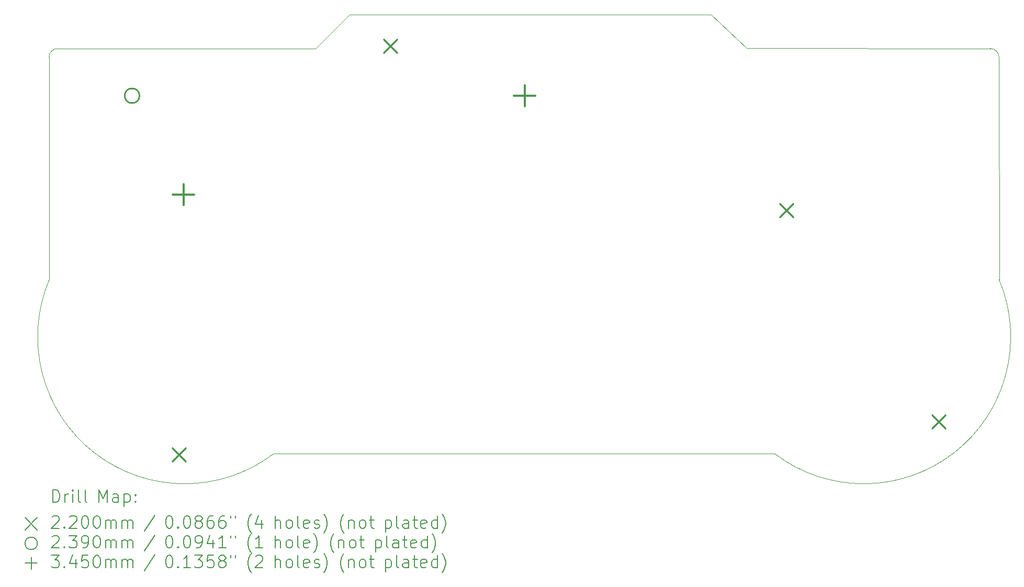
<source format=gbr>
%TF.GenerationSoftware,KiCad,Pcbnew,(7.99.0-200-gad838e3d73)*%
%TF.CreationDate,2024-04-01T14:10:15+07:00*%
%TF.ProjectId,WMS,574d532e-6b69-4636-9164-5f7063625858,rev?*%
%TF.SameCoordinates,Original*%
%TF.FileFunction,Drillmap*%
%TF.FilePolarity,Positive*%
%FSLAX45Y45*%
G04 Gerber Fmt 4.5, Leading zero omitted, Abs format (unit mm)*
G04 Created by KiCad (PCBNEW (7.99.0-200-gad838e3d73)) date 2024-04-01 14:10:15*
%MOMM*%
%LPD*%
G01*
G04 APERTURE LIST*
%ADD10C,0.100000*%
%ADD11C,0.200000*%
%ADD12C,0.220000*%
%ADD13C,0.239000*%
%ADD14C,0.345000*%
G04 APERTURE END LIST*
D10*
X6639906Y-8652138D02*
G75*
G03*
X10271379Y-11468100I2191293J-923662D01*
G01*
X11495503Y-4364380D02*
X10947400Y-4912360D01*
X10947400Y-4912360D02*
X6776720Y-4910480D01*
X21868327Y-4910480D02*
X17924780Y-4907280D01*
X22008030Y-5050180D02*
G75*
G03*
X21868327Y-4910480I-139700J0D01*
G01*
X15184120Y-11468100D02*
X18379440Y-11468100D01*
X18379440Y-11468100D02*
G75*
G03*
X22010913Y-8652138I1440180J1892300D01*
G01*
X6639906Y-8652138D02*
X6637020Y-5050180D01*
X6776720Y-4910480D02*
G75*
G03*
X6637020Y-5050180I0J-139700D01*
G01*
X22010913Y-8652138D02*
X22008027Y-5050180D01*
X11495503Y-4364380D02*
X17325340Y-4358640D01*
X17325340Y-4358640D02*
X17353280Y-4358640D01*
X10271379Y-11468100D02*
X15184120Y-11468100D01*
X17924780Y-4907280D02*
X17353280Y-4358640D01*
D11*
D12*
X8632680Y-11375880D02*
X8852680Y-11595880D01*
X8852680Y-11375880D02*
X8632680Y-11595880D01*
X12046440Y-4759180D02*
X12266440Y-4979180D01*
X12266440Y-4759180D02*
X12046440Y-4979180D01*
X18457400Y-7421100D02*
X18677400Y-7641100D01*
X18677400Y-7421100D02*
X18457400Y-7641100D01*
X20921200Y-10837400D02*
X21141200Y-11057400D01*
X21141200Y-10837400D02*
X20921200Y-11057400D01*
D13*
X8100200Y-5674460D02*
G75*
G03*
X8100200Y-5674460I-119500J0D01*
G01*
D14*
X8813700Y-7101960D02*
X8813700Y-7446960D01*
X8641200Y-7274460D02*
X8986200Y-7274460D01*
X14333700Y-5501960D02*
X14333700Y-5846960D01*
X14161200Y-5674460D02*
X14506200Y-5674460D01*
D11*
X6695811Y-12252283D02*
X6695811Y-12052283D01*
X6695811Y-12052283D02*
X6743430Y-12052283D01*
X6743430Y-12052283D02*
X6772002Y-12061807D01*
X6772002Y-12061807D02*
X6791049Y-12080855D01*
X6791049Y-12080855D02*
X6800573Y-12099902D01*
X6800573Y-12099902D02*
X6810097Y-12137997D01*
X6810097Y-12137997D02*
X6810097Y-12166569D01*
X6810097Y-12166569D02*
X6800573Y-12204664D01*
X6800573Y-12204664D02*
X6791049Y-12223712D01*
X6791049Y-12223712D02*
X6772002Y-12242759D01*
X6772002Y-12242759D02*
X6743430Y-12252283D01*
X6743430Y-12252283D02*
X6695811Y-12252283D01*
X6895811Y-12252283D02*
X6895811Y-12118950D01*
X6895811Y-12157045D02*
X6905335Y-12137997D01*
X6905335Y-12137997D02*
X6914859Y-12128474D01*
X6914859Y-12128474D02*
X6933906Y-12118950D01*
X6933906Y-12118950D02*
X6952954Y-12118950D01*
X7019621Y-12252283D02*
X7019621Y-12118950D01*
X7019621Y-12052283D02*
X7010097Y-12061807D01*
X7010097Y-12061807D02*
X7019621Y-12071331D01*
X7019621Y-12071331D02*
X7029144Y-12061807D01*
X7029144Y-12061807D02*
X7019621Y-12052283D01*
X7019621Y-12052283D02*
X7019621Y-12071331D01*
X7143430Y-12252283D02*
X7124382Y-12242759D01*
X7124382Y-12242759D02*
X7114859Y-12223712D01*
X7114859Y-12223712D02*
X7114859Y-12052283D01*
X7248192Y-12252283D02*
X7229144Y-12242759D01*
X7229144Y-12242759D02*
X7219621Y-12223712D01*
X7219621Y-12223712D02*
X7219621Y-12052283D01*
X7444382Y-12252283D02*
X7444382Y-12052283D01*
X7444382Y-12052283D02*
X7511049Y-12195140D01*
X7511049Y-12195140D02*
X7577716Y-12052283D01*
X7577716Y-12052283D02*
X7577716Y-12252283D01*
X7758668Y-12252283D02*
X7758668Y-12147521D01*
X7758668Y-12147521D02*
X7749144Y-12128474D01*
X7749144Y-12128474D02*
X7730097Y-12118950D01*
X7730097Y-12118950D02*
X7692001Y-12118950D01*
X7692001Y-12118950D02*
X7672954Y-12128474D01*
X7758668Y-12242759D02*
X7739621Y-12252283D01*
X7739621Y-12252283D02*
X7692001Y-12252283D01*
X7692001Y-12252283D02*
X7672954Y-12242759D01*
X7672954Y-12242759D02*
X7663430Y-12223712D01*
X7663430Y-12223712D02*
X7663430Y-12204664D01*
X7663430Y-12204664D02*
X7672954Y-12185616D01*
X7672954Y-12185616D02*
X7692001Y-12176093D01*
X7692001Y-12176093D02*
X7739621Y-12176093D01*
X7739621Y-12176093D02*
X7758668Y-12166569D01*
X7853906Y-12118950D02*
X7853906Y-12318950D01*
X7853906Y-12128474D02*
X7872954Y-12118950D01*
X7872954Y-12118950D02*
X7911049Y-12118950D01*
X7911049Y-12118950D02*
X7930097Y-12128474D01*
X7930097Y-12128474D02*
X7939621Y-12137997D01*
X7939621Y-12137997D02*
X7949144Y-12157045D01*
X7949144Y-12157045D02*
X7949144Y-12214188D01*
X7949144Y-12214188D02*
X7939621Y-12233235D01*
X7939621Y-12233235D02*
X7930097Y-12242759D01*
X7930097Y-12242759D02*
X7911049Y-12252283D01*
X7911049Y-12252283D02*
X7872954Y-12252283D01*
X7872954Y-12252283D02*
X7853906Y-12242759D01*
X8034859Y-12233235D02*
X8044382Y-12242759D01*
X8044382Y-12242759D02*
X8034859Y-12252283D01*
X8034859Y-12252283D02*
X8025335Y-12242759D01*
X8025335Y-12242759D02*
X8034859Y-12233235D01*
X8034859Y-12233235D02*
X8034859Y-12252283D01*
X8034859Y-12128474D02*
X8044382Y-12137997D01*
X8044382Y-12137997D02*
X8034859Y-12147521D01*
X8034859Y-12147521D02*
X8025335Y-12137997D01*
X8025335Y-12137997D02*
X8034859Y-12128474D01*
X8034859Y-12128474D02*
X8034859Y-12147521D01*
X6248192Y-12498807D02*
X6448192Y-12698807D01*
X6448192Y-12498807D02*
X6248192Y-12698807D01*
X6686287Y-12491331D02*
X6695811Y-12481807D01*
X6695811Y-12481807D02*
X6714859Y-12472283D01*
X6714859Y-12472283D02*
X6762478Y-12472283D01*
X6762478Y-12472283D02*
X6781525Y-12481807D01*
X6781525Y-12481807D02*
X6791049Y-12491331D01*
X6791049Y-12491331D02*
X6800573Y-12510378D01*
X6800573Y-12510378D02*
X6800573Y-12529426D01*
X6800573Y-12529426D02*
X6791049Y-12557997D01*
X6791049Y-12557997D02*
X6676763Y-12672283D01*
X6676763Y-12672283D02*
X6800573Y-12672283D01*
X6886287Y-12653235D02*
X6895811Y-12662759D01*
X6895811Y-12662759D02*
X6886287Y-12672283D01*
X6886287Y-12672283D02*
X6876763Y-12662759D01*
X6876763Y-12662759D02*
X6886287Y-12653235D01*
X6886287Y-12653235D02*
X6886287Y-12672283D01*
X6972002Y-12491331D02*
X6981525Y-12481807D01*
X6981525Y-12481807D02*
X7000573Y-12472283D01*
X7000573Y-12472283D02*
X7048192Y-12472283D01*
X7048192Y-12472283D02*
X7067240Y-12481807D01*
X7067240Y-12481807D02*
X7076763Y-12491331D01*
X7076763Y-12491331D02*
X7086287Y-12510378D01*
X7086287Y-12510378D02*
X7086287Y-12529426D01*
X7086287Y-12529426D02*
X7076763Y-12557997D01*
X7076763Y-12557997D02*
X6962478Y-12672283D01*
X6962478Y-12672283D02*
X7086287Y-12672283D01*
X7210097Y-12472283D02*
X7229144Y-12472283D01*
X7229144Y-12472283D02*
X7248192Y-12481807D01*
X7248192Y-12481807D02*
X7257716Y-12491331D01*
X7257716Y-12491331D02*
X7267240Y-12510378D01*
X7267240Y-12510378D02*
X7276763Y-12548474D01*
X7276763Y-12548474D02*
X7276763Y-12596093D01*
X7276763Y-12596093D02*
X7267240Y-12634188D01*
X7267240Y-12634188D02*
X7257716Y-12653235D01*
X7257716Y-12653235D02*
X7248192Y-12662759D01*
X7248192Y-12662759D02*
X7229144Y-12672283D01*
X7229144Y-12672283D02*
X7210097Y-12672283D01*
X7210097Y-12672283D02*
X7191049Y-12662759D01*
X7191049Y-12662759D02*
X7181525Y-12653235D01*
X7181525Y-12653235D02*
X7172002Y-12634188D01*
X7172002Y-12634188D02*
X7162478Y-12596093D01*
X7162478Y-12596093D02*
X7162478Y-12548474D01*
X7162478Y-12548474D02*
X7172002Y-12510378D01*
X7172002Y-12510378D02*
X7181525Y-12491331D01*
X7181525Y-12491331D02*
X7191049Y-12481807D01*
X7191049Y-12481807D02*
X7210097Y-12472283D01*
X7400573Y-12472283D02*
X7419621Y-12472283D01*
X7419621Y-12472283D02*
X7438668Y-12481807D01*
X7438668Y-12481807D02*
X7448192Y-12491331D01*
X7448192Y-12491331D02*
X7457716Y-12510378D01*
X7457716Y-12510378D02*
X7467240Y-12548474D01*
X7467240Y-12548474D02*
X7467240Y-12596093D01*
X7467240Y-12596093D02*
X7457716Y-12634188D01*
X7457716Y-12634188D02*
X7448192Y-12653235D01*
X7448192Y-12653235D02*
X7438668Y-12662759D01*
X7438668Y-12662759D02*
X7419621Y-12672283D01*
X7419621Y-12672283D02*
X7400573Y-12672283D01*
X7400573Y-12672283D02*
X7381525Y-12662759D01*
X7381525Y-12662759D02*
X7372002Y-12653235D01*
X7372002Y-12653235D02*
X7362478Y-12634188D01*
X7362478Y-12634188D02*
X7352954Y-12596093D01*
X7352954Y-12596093D02*
X7352954Y-12548474D01*
X7352954Y-12548474D02*
X7362478Y-12510378D01*
X7362478Y-12510378D02*
X7372002Y-12491331D01*
X7372002Y-12491331D02*
X7381525Y-12481807D01*
X7381525Y-12481807D02*
X7400573Y-12472283D01*
X7552954Y-12672283D02*
X7552954Y-12538950D01*
X7552954Y-12557997D02*
X7562478Y-12548474D01*
X7562478Y-12548474D02*
X7581525Y-12538950D01*
X7581525Y-12538950D02*
X7610097Y-12538950D01*
X7610097Y-12538950D02*
X7629144Y-12548474D01*
X7629144Y-12548474D02*
X7638668Y-12567521D01*
X7638668Y-12567521D02*
X7638668Y-12672283D01*
X7638668Y-12567521D02*
X7648192Y-12548474D01*
X7648192Y-12548474D02*
X7667240Y-12538950D01*
X7667240Y-12538950D02*
X7695811Y-12538950D01*
X7695811Y-12538950D02*
X7714859Y-12548474D01*
X7714859Y-12548474D02*
X7724383Y-12567521D01*
X7724383Y-12567521D02*
X7724383Y-12672283D01*
X7819621Y-12672283D02*
X7819621Y-12538950D01*
X7819621Y-12557997D02*
X7829144Y-12548474D01*
X7829144Y-12548474D02*
X7848192Y-12538950D01*
X7848192Y-12538950D02*
X7876764Y-12538950D01*
X7876764Y-12538950D02*
X7895811Y-12548474D01*
X7895811Y-12548474D02*
X7905335Y-12567521D01*
X7905335Y-12567521D02*
X7905335Y-12672283D01*
X7905335Y-12567521D02*
X7914859Y-12548474D01*
X7914859Y-12548474D02*
X7933906Y-12538950D01*
X7933906Y-12538950D02*
X7962478Y-12538950D01*
X7962478Y-12538950D02*
X7981525Y-12548474D01*
X7981525Y-12548474D02*
X7991049Y-12567521D01*
X7991049Y-12567521D02*
X7991049Y-12672283D01*
X8349144Y-12462759D02*
X8177716Y-12719902D01*
X8573906Y-12472283D02*
X8592954Y-12472283D01*
X8592954Y-12472283D02*
X8612002Y-12481807D01*
X8612002Y-12481807D02*
X8621526Y-12491331D01*
X8621526Y-12491331D02*
X8631049Y-12510378D01*
X8631049Y-12510378D02*
X8640573Y-12548474D01*
X8640573Y-12548474D02*
X8640573Y-12596093D01*
X8640573Y-12596093D02*
X8631049Y-12634188D01*
X8631049Y-12634188D02*
X8621526Y-12653235D01*
X8621526Y-12653235D02*
X8612002Y-12662759D01*
X8612002Y-12662759D02*
X8592954Y-12672283D01*
X8592954Y-12672283D02*
X8573906Y-12672283D01*
X8573906Y-12672283D02*
X8554859Y-12662759D01*
X8554859Y-12662759D02*
X8545335Y-12653235D01*
X8545335Y-12653235D02*
X8535811Y-12634188D01*
X8535811Y-12634188D02*
X8526287Y-12596093D01*
X8526287Y-12596093D02*
X8526287Y-12548474D01*
X8526287Y-12548474D02*
X8535811Y-12510378D01*
X8535811Y-12510378D02*
X8545335Y-12491331D01*
X8545335Y-12491331D02*
X8554859Y-12481807D01*
X8554859Y-12481807D02*
X8573906Y-12472283D01*
X8726287Y-12653235D02*
X8735811Y-12662759D01*
X8735811Y-12662759D02*
X8726287Y-12672283D01*
X8726287Y-12672283D02*
X8716764Y-12662759D01*
X8716764Y-12662759D02*
X8726287Y-12653235D01*
X8726287Y-12653235D02*
X8726287Y-12672283D01*
X8859621Y-12472283D02*
X8878668Y-12472283D01*
X8878668Y-12472283D02*
X8897716Y-12481807D01*
X8897716Y-12481807D02*
X8907240Y-12491331D01*
X8907240Y-12491331D02*
X8916764Y-12510378D01*
X8916764Y-12510378D02*
X8926287Y-12548474D01*
X8926287Y-12548474D02*
X8926287Y-12596093D01*
X8926287Y-12596093D02*
X8916764Y-12634188D01*
X8916764Y-12634188D02*
X8907240Y-12653235D01*
X8907240Y-12653235D02*
X8897716Y-12662759D01*
X8897716Y-12662759D02*
X8878668Y-12672283D01*
X8878668Y-12672283D02*
X8859621Y-12672283D01*
X8859621Y-12672283D02*
X8840573Y-12662759D01*
X8840573Y-12662759D02*
X8831049Y-12653235D01*
X8831049Y-12653235D02*
X8821526Y-12634188D01*
X8821526Y-12634188D02*
X8812002Y-12596093D01*
X8812002Y-12596093D02*
X8812002Y-12548474D01*
X8812002Y-12548474D02*
X8821526Y-12510378D01*
X8821526Y-12510378D02*
X8831049Y-12491331D01*
X8831049Y-12491331D02*
X8840573Y-12481807D01*
X8840573Y-12481807D02*
X8859621Y-12472283D01*
X9040573Y-12557997D02*
X9021526Y-12548474D01*
X9021526Y-12548474D02*
X9012002Y-12538950D01*
X9012002Y-12538950D02*
X9002478Y-12519902D01*
X9002478Y-12519902D02*
X9002478Y-12510378D01*
X9002478Y-12510378D02*
X9012002Y-12491331D01*
X9012002Y-12491331D02*
X9021526Y-12481807D01*
X9021526Y-12481807D02*
X9040573Y-12472283D01*
X9040573Y-12472283D02*
X9078668Y-12472283D01*
X9078668Y-12472283D02*
X9097716Y-12481807D01*
X9097716Y-12481807D02*
X9107240Y-12491331D01*
X9107240Y-12491331D02*
X9116764Y-12510378D01*
X9116764Y-12510378D02*
X9116764Y-12519902D01*
X9116764Y-12519902D02*
X9107240Y-12538950D01*
X9107240Y-12538950D02*
X9097716Y-12548474D01*
X9097716Y-12548474D02*
X9078668Y-12557997D01*
X9078668Y-12557997D02*
X9040573Y-12557997D01*
X9040573Y-12557997D02*
X9021526Y-12567521D01*
X9021526Y-12567521D02*
X9012002Y-12577045D01*
X9012002Y-12577045D02*
X9002478Y-12596093D01*
X9002478Y-12596093D02*
X9002478Y-12634188D01*
X9002478Y-12634188D02*
X9012002Y-12653235D01*
X9012002Y-12653235D02*
X9021526Y-12662759D01*
X9021526Y-12662759D02*
X9040573Y-12672283D01*
X9040573Y-12672283D02*
X9078668Y-12672283D01*
X9078668Y-12672283D02*
X9097716Y-12662759D01*
X9097716Y-12662759D02*
X9107240Y-12653235D01*
X9107240Y-12653235D02*
X9116764Y-12634188D01*
X9116764Y-12634188D02*
X9116764Y-12596093D01*
X9116764Y-12596093D02*
X9107240Y-12577045D01*
X9107240Y-12577045D02*
X9097716Y-12567521D01*
X9097716Y-12567521D02*
X9078668Y-12557997D01*
X9288192Y-12472283D02*
X9250097Y-12472283D01*
X9250097Y-12472283D02*
X9231049Y-12481807D01*
X9231049Y-12481807D02*
X9221526Y-12491331D01*
X9221526Y-12491331D02*
X9202478Y-12519902D01*
X9202478Y-12519902D02*
X9192954Y-12557997D01*
X9192954Y-12557997D02*
X9192954Y-12634188D01*
X9192954Y-12634188D02*
X9202478Y-12653235D01*
X9202478Y-12653235D02*
X9212002Y-12662759D01*
X9212002Y-12662759D02*
X9231049Y-12672283D01*
X9231049Y-12672283D02*
X9269145Y-12672283D01*
X9269145Y-12672283D02*
X9288192Y-12662759D01*
X9288192Y-12662759D02*
X9297716Y-12653235D01*
X9297716Y-12653235D02*
X9307240Y-12634188D01*
X9307240Y-12634188D02*
X9307240Y-12586569D01*
X9307240Y-12586569D02*
X9297716Y-12567521D01*
X9297716Y-12567521D02*
X9288192Y-12557997D01*
X9288192Y-12557997D02*
X9269145Y-12548474D01*
X9269145Y-12548474D02*
X9231049Y-12548474D01*
X9231049Y-12548474D02*
X9212002Y-12557997D01*
X9212002Y-12557997D02*
X9202478Y-12567521D01*
X9202478Y-12567521D02*
X9192954Y-12586569D01*
X9478668Y-12472283D02*
X9440573Y-12472283D01*
X9440573Y-12472283D02*
X9421526Y-12481807D01*
X9421526Y-12481807D02*
X9412002Y-12491331D01*
X9412002Y-12491331D02*
X9392954Y-12519902D01*
X9392954Y-12519902D02*
X9383430Y-12557997D01*
X9383430Y-12557997D02*
X9383430Y-12634188D01*
X9383430Y-12634188D02*
X9392954Y-12653235D01*
X9392954Y-12653235D02*
X9402478Y-12662759D01*
X9402478Y-12662759D02*
X9421526Y-12672283D01*
X9421526Y-12672283D02*
X9459621Y-12672283D01*
X9459621Y-12672283D02*
X9478668Y-12662759D01*
X9478668Y-12662759D02*
X9488192Y-12653235D01*
X9488192Y-12653235D02*
X9497716Y-12634188D01*
X9497716Y-12634188D02*
X9497716Y-12586569D01*
X9497716Y-12586569D02*
X9488192Y-12567521D01*
X9488192Y-12567521D02*
X9478668Y-12557997D01*
X9478668Y-12557997D02*
X9459621Y-12548474D01*
X9459621Y-12548474D02*
X9421526Y-12548474D01*
X9421526Y-12548474D02*
X9402478Y-12557997D01*
X9402478Y-12557997D02*
X9392954Y-12567521D01*
X9392954Y-12567521D02*
X9383430Y-12586569D01*
X9573907Y-12472283D02*
X9573907Y-12510378D01*
X9650097Y-12472283D02*
X9650097Y-12510378D01*
X9912954Y-12748474D02*
X9903430Y-12738950D01*
X9903430Y-12738950D02*
X9884383Y-12710378D01*
X9884383Y-12710378D02*
X9874859Y-12691331D01*
X9874859Y-12691331D02*
X9865335Y-12662759D01*
X9865335Y-12662759D02*
X9855811Y-12615140D01*
X9855811Y-12615140D02*
X9855811Y-12577045D01*
X9855811Y-12577045D02*
X9865335Y-12529426D01*
X9865335Y-12529426D02*
X9874859Y-12500855D01*
X9874859Y-12500855D02*
X9884383Y-12481807D01*
X9884383Y-12481807D02*
X9903430Y-12453235D01*
X9903430Y-12453235D02*
X9912954Y-12443712D01*
X10074859Y-12538950D02*
X10074859Y-12672283D01*
X10027240Y-12462759D02*
X9979621Y-12605616D01*
X9979621Y-12605616D02*
X10103430Y-12605616D01*
X10299621Y-12672283D02*
X10299621Y-12472283D01*
X10385335Y-12672283D02*
X10385335Y-12567521D01*
X10385335Y-12567521D02*
X10375811Y-12548474D01*
X10375811Y-12548474D02*
X10356764Y-12538950D01*
X10356764Y-12538950D02*
X10328192Y-12538950D01*
X10328192Y-12538950D02*
X10309145Y-12548474D01*
X10309145Y-12548474D02*
X10299621Y-12557997D01*
X10509145Y-12672283D02*
X10490097Y-12662759D01*
X10490097Y-12662759D02*
X10480573Y-12653235D01*
X10480573Y-12653235D02*
X10471049Y-12634188D01*
X10471049Y-12634188D02*
X10471049Y-12577045D01*
X10471049Y-12577045D02*
X10480573Y-12557997D01*
X10480573Y-12557997D02*
X10490097Y-12548474D01*
X10490097Y-12548474D02*
X10509145Y-12538950D01*
X10509145Y-12538950D02*
X10537716Y-12538950D01*
X10537716Y-12538950D02*
X10556764Y-12548474D01*
X10556764Y-12548474D02*
X10566288Y-12557997D01*
X10566288Y-12557997D02*
X10575811Y-12577045D01*
X10575811Y-12577045D02*
X10575811Y-12634188D01*
X10575811Y-12634188D02*
X10566288Y-12653235D01*
X10566288Y-12653235D02*
X10556764Y-12662759D01*
X10556764Y-12662759D02*
X10537716Y-12672283D01*
X10537716Y-12672283D02*
X10509145Y-12672283D01*
X10690097Y-12672283D02*
X10671049Y-12662759D01*
X10671049Y-12662759D02*
X10661526Y-12643712D01*
X10661526Y-12643712D02*
X10661526Y-12472283D01*
X10842478Y-12662759D02*
X10823430Y-12672283D01*
X10823430Y-12672283D02*
X10785335Y-12672283D01*
X10785335Y-12672283D02*
X10766288Y-12662759D01*
X10766288Y-12662759D02*
X10756764Y-12643712D01*
X10756764Y-12643712D02*
X10756764Y-12567521D01*
X10756764Y-12567521D02*
X10766288Y-12548474D01*
X10766288Y-12548474D02*
X10785335Y-12538950D01*
X10785335Y-12538950D02*
X10823430Y-12538950D01*
X10823430Y-12538950D02*
X10842478Y-12548474D01*
X10842478Y-12548474D02*
X10852002Y-12567521D01*
X10852002Y-12567521D02*
X10852002Y-12586569D01*
X10852002Y-12586569D02*
X10756764Y-12605616D01*
X10928192Y-12662759D02*
X10947240Y-12672283D01*
X10947240Y-12672283D02*
X10985335Y-12672283D01*
X10985335Y-12672283D02*
X11004383Y-12662759D01*
X11004383Y-12662759D02*
X11013907Y-12643712D01*
X11013907Y-12643712D02*
X11013907Y-12634188D01*
X11013907Y-12634188D02*
X11004383Y-12615140D01*
X11004383Y-12615140D02*
X10985335Y-12605616D01*
X10985335Y-12605616D02*
X10956764Y-12605616D01*
X10956764Y-12605616D02*
X10937716Y-12596093D01*
X10937716Y-12596093D02*
X10928192Y-12577045D01*
X10928192Y-12577045D02*
X10928192Y-12567521D01*
X10928192Y-12567521D02*
X10937716Y-12548474D01*
X10937716Y-12548474D02*
X10956764Y-12538950D01*
X10956764Y-12538950D02*
X10985335Y-12538950D01*
X10985335Y-12538950D02*
X11004383Y-12548474D01*
X11080573Y-12748474D02*
X11090097Y-12738950D01*
X11090097Y-12738950D02*
X11109145Y-12710378D01*
X11109145Y-12710378D02*
X11118669Y-12691331D01*
X11118669Y-12691331D02*
X11128192Y-12662759D01*
X11128192Y-12662759D02*
X11137716Y-12615140D01*
X11137716Y-12615140D02*
X11137716Y-12577045D01*
X11137716Y-12577045D02*
X11128192Y-12529426D01*
X11128192Y-12529426D02*
X11118669Y-12500855D01*
X11118669Y-12500855D02*
X11109145Y-12481807D01*
X11109145Y-12481807D02*
X11090097Y-12453235D01*
X11090097Y-12453235D02*
X11080573Y-12443712D01*
X11410097Y-12748474D02*
X11400573Y-12738950D01*
X11400573Y-12738950D02*
X11381526Y-12710378D01*
X11381526Y-12710378D02*
X11372002Y-12691331D01*
X11372002Y-12691331D02*
X11362478Y-12662759D01*
X11362478Y-12662759D02*
X11352954Y-12615140D01*
X11352954Y-12615140D02*
X11352954Y-12577045D01*
X11352954Y-12577045D02*
X11362478Y-12529426D01*
X11362478Y-12529426D02*
X11372002Y-12500855D01*
X11372002Y-12500855D02*
X11381526Y-12481807D01*
X11381526Y-12481807D02*
X11400573Y-12453235D01*
X11400573Y-12453235D02*
X11410097Y-12443712D01*
X11486287Y-12538950D02*
X11486287Y-12672283D01*
X11486287Y-12557997D02*
X11495811Y-12548474D01*
X11495811Y-12548474D02*
X11514859Y-12538950D01*
X11514859Y-12538950D02*
X11543430Y-12538950D01*
X11543430Y-12538950D02*
X11562478Y-12548474D01*
X11562478Y-12548474D02*
X11572002Y-12567521D01*
X11572002Y-12567521D02*
X11572002Y-12672283D01*
X11695811Y-12672283D02*
X11676764Y-12662759D01*
X11676764Y-12662759D02*
X11667240Y-12653235D01*
X11667240Y-12653235D02*
X11657716Y-12634188D01*
X11657716Y-12634188D02*
X11657716Y-12577045D01*
X11657716Y-12577045D02*
X11667240Y-12557997D01*
X11667240Y-12557997D02*
X11676764Y-12548474D01*
X11676764Y-12548474D02*
X11695811Y-12538950D01*
X11695811Y-12538950D02*
X11724383Y-12538950D01*
X11724383Y-12538950D02*
X11743430Y-12548474D01*
X11743430Y-12548474D02*
X11752954Y-12557997D01*
X11752954Y-12557997D02*
X11762478Y-12577045D01*
X11762478Y-12577045D02*
X11762478Y-12634188D01*
X11762478Y-12634188D02*
X11752954Y-12653235D01*
X11752954Y-12653235D02*
X11743430Y-12662759D01*
X11743430Y-12662759D02*
X11724383Y-12672283D01*
X11724383Y-12672283D02*
X11695811Y-12672283D01*
X11819621Y-12538950D02*
X11895811Y-12538950D01*
X11848192Y-12472283D02*
X11848192Y-12643712D01*
X11848192Y-12643712D02*
X11857716Y-12662759D01*
X11857716Y-12662759D02*
X11876764Y-12672283D01*
X11876764Y-12672283D02*
X11895811Y-12672283D01*
X12082478Y-12538950D02*
X12082478Y-12738950D01*
X12082478Y-12548474D02*
X12101526Y-12538950D01*
X12101526Y-12538950D02*
X12139621Y-12538950D01*
X12139621Y-12538950D02*
X12158668Y-12548474D01*
X12158668Y-12548474D02*
X12168192Y-12557997D01*
X12168192Y-12557997D02*
X12177716Y-12577045D01*
X12177716Y-12577045D02*
X12177716Y-12634188D01*
X12177716Y-12634188D02*
X12168192Y-12653235D01*
X12168192Y-12653235D02*
X12158668Y-12662759D01*
X12158668Y-12662759D02*
X12139621Y-12672283D01*
X12139621Y-12672283D02*
X12101526Y-12672283D01*
X12101526Y-12672283D02*
X12082478Y-12662759D01*
X12292002Y-12672283D02*
X12272954Y-12662759D01*
X12272954Y-12662759D02*
X12263430Y-12643712D01*
X12263430Y-12643712D02*
X12263430Y-12472283D01*
X12453907Y-12672283D02*
X12453907Y-12567521D01*
X12453907Y-12567521D02*
X12444383Y-12548474D01*
X12444383Y-12548474D02*
X12425335Y-12538950D01*
X12425335Y-12538950D02*
X12387240Y-12538950D01*
X12387240Y-12538950D02*
X12368192Y-12548474D01*
X12453907Y-12662759D02*
X12434859Y-12672283D01*
X12434859Y-12672283D02*
X12387240Y-12672283D01*
X12387240Y-12672283D02*
X12368192Y-12662759D01*
X12368192Y-12662759D02*
X12358668Y-12643712D01*
X12358668Y-12643712D02*
X12358668Y-12624664D01*
X12358668Y-12624664D02*
X12368192Y-12605616D01*
X12368192Y-12605616D02*
X12387240Y-12596093D01*
X12387240Y-12596093D02*
X12434859Y-12596093D01*
X12434859Y-12596093D02*
X12453907Y-12586569D01*
X12520573Y-12538950D02*
X12596764Y-12538950D01*
X12549145Y-12472283D02*
X12549145Y-12643712D01*
X12549145Y-12643712D02*
X12558668Y-12662759D01*
X12558668Y-12662759D02*
X12577716Y-12672283D01*
X12577716Y-12672283D02*
X12596764Y-12672283D01*
X12739621Y-12662759D02*
X12720573Y-12672283D01*
X12720573Y-12672283D02*
X12682478Y-12672283D01*
X12682478Y-12672283D02*
X12663430Y-12662759D01*
X12663430Y-12662759D02*
X12653907Y-12643712D01*
X12653907Y-12643712D02*
X12653907Y-12567521D01*
X12653907Y-12567521D02*
X12663430Y-12548474D01*
X12663430Y-12548474D02*
X12682478Y-12538950D01*
X12682478Y-12538950D02*
X12720573Y-12538950D01*
X12720573Y-12538950D02*
X12739621Y-12548474D01*
X12739621Y-12548474D02*
X12749145Y-12567521D01*
X12749145Y-12567521D02*
X12749145Y-12586569D01*
X12749145Y-12586569D02*
X12653907Y-12605616D01*
X12920573Y-12672283D02*
X12920573Y-12472283D01*
X12920573Y-12662759D02*
X12901526Y-12672283D01*
X12901526Y-12672283D02*
X12863430Y-12672283D01*
X12863430Y-12672283D02*
X12844383Y-12662759D01*
X12844383Y-12662759D02*
X12834859Y-12653235D01*
X12834859Y-12653235D02*
X12825335Y-12634188D01*
X12825335Y-12634188D02*
X12825335Y-12577045D01*
X12825335Y-12577045D02*
X12834859Y-12557997D01*
X12834859Y-12557997D02*
X12844383Y-12548474D01*
X12844383Y-12548474D02*
X12863430Y-12538950D01*
X12863430Y-12538950D02*
X12901526Y-12538950D01*
X12901526Y-12538950D02*
X12920573Y-12548474D01*
X12996764Y-12748474D02*
X13006288Y-12738950D01*
X13006288Y-12738950D02*
X13025335Y-12710378D01*
X13025335Y-12710378D02*
X13034859Y-12691331D01*
X13034859Y-12691331D02*
X13044383Y-12662759D01*
X13044383Y-12662759D02*
X13053907Y-12615140D01*
X13053907Y-12615140D02*
X13053907Y-12577045D01*
X13053907Y-12577045D02*
X13044383Y-12529426D01*
X13044383Y-12529426D02*
X13034859Y-12500855D01*
X13034859Y-12500855D02*
X13025335Y-12481807D01*
X13025335Y-12481807D02*
X13006288Y-12453235D01*
X13006288Y-12453235D02*
X12996764Y-12443712D01*
X6448192Y-12918807D02*
G75*
G03*
X6448192Y-12918807I-100000J0D01*
G01*
X6686287Y-12811331D02*
X6695811Y-12801807D01*
X6695811Y-12801807D02*
X6714859Y-12792283D01*
X6714859Y-12792283D02*
X6762478Y-12792283D01*
X6762478Y-12792283D02*
X6781525Y-12801807D01*
X6781525Y-12801807D02*
X6791049Y-12811331D01*
X6791049Y-12811331D02*
X6800573Y-12830378D01*
X6800573Y-12830378D02*
X6800573Y-12849426D01*
X6800573Y-12849426D02*
X6791049Y-12877997D01*
X6791049Y-12877997D02*
X6676763Y-12992283D01*
X6676763Y-12992283D02*
X6800573Y-12992283D01*
X6886287Y-12973235D02*
X6895811Y-12982759D01*
X6895811Y-12982759D02*
X6886287Y-12992283D01*
X6886287Y-12992283D02*
X6876763Y-12982759D01*
X6876763Y-12982759D02*
X6886287Y-12973235D01*
X6886287Y-12973235D02*
X6886287Y-12992283D01*
X6962478Y-12792283D02*
X7086287Y-12792283D01*
X7086287Y-12792283D02*
X7019621Y-12868474D01*
X7019621Y-12868474D02*
X7048192Y-12868474D01*
X7048192Y-12868474D02*
X7067240Y-12877997D01*
X7067240Y-12877997D02*
X7076763Y-12887521D01*
X7076763Y-12887521D02*
X7086287Y-12906569D01*
X7086287Y-12906569D02*
X7086287Y-12954188D01*
X7086287Y-12954188D02*
X7076763Y-12973235D01*
X7076763Y-12973235D02*
X7067240Y-12982759D01*
X7067240Y-12982759D02*
X7048192Y-12992283D01*
X7048192Y-12992283D02*
X6991049Y-12992283D01*
X6991049Y-12992283D02*
X6972002Y-12982759D01*
X6972002Y-12982759D02*
X6962478Y-12973235D01*
X7181525Y-12992283D02*
X7219621Y-12992283D01*
X7219621Y-12992283D02*
X7238668Y-12982759D01*
X7238668Y-12982759D02*
X7248192Y-12973235D01*
X7248192Y-12973235D02*
X7267240Y-12944664D01*
X7267240Y-12944664D02*
X7276763Y-12906569D01*
X7276763Y-12906569D02*
X7276763Y-12830378D01*
X7276763Y-12830378D02*
X7267240Y-12811331D01*
X7267240Y-12811331D02*
X7257716Y-12801807D01*
X7257716Y-12801807D02*
X7238668Y-12792283D01*
X7238668Y-12792283D02*
X7200573Y-12792283D01*
X7200573Y-12792283D02*
X7181525Y-12801807D01*
X7181525Y-12801807D02*
X7172002Y-12811331D01*
X7172002Y-12811331D02*
X7162478Y-12830378D01*
X7162478Y-12830378D02*
X7162478Y-12877997D01*
X7162478Y-12877997D02*
X7172002Y-12897045D01*
X7172002Y-12897045D02*
X7181525Y-12906569D01*
X7181525Y-12906569D02*
X7200573Y-12916093D01*
X7200573Y-12916093D02*
X7238668Y-12916093D01*
X7238668Y-12916093D02*
X7257716Y-12906569D01*
X7257716Y-12906569D02*
X7267240Y-12897045D01*
X7267240Y-12897045D02*
X7276763Y-12877997D01*
X7400573Y-12792283D02*
X7419621Y-12792283D01*
X7419621Y-12792283D02*
X7438668Y-12801807D01*
X7438668Y-12801807D02*
X7448192Y-12811331D01*
X7448192Y-12811331D02*
X7457716Y-12830378D01*
X7457716Y-12830378D02*
X7467240Y-12868474D01*
X7467240Y-12868474D02*
X7467240Y-12916093D01*
X7467240Y-12916093D02*
X7457716Y-12954188D01*
X7457716Y-12954188D02*
X7448192Y-12973235D01*
X7448192Y-12973235D02*
X7438668Y-12982759D01*
X7438668Y-12982759D02*
X7419621Y-12992283D01*
X7419621Y-12992283D02*
X7400573Y-12992283D01*
X7400573Y-12992283D02*
X7381525Y-12982759D01*
X7381525Y-12982759D02*
X7372002Y-12973235D01*
X7372002Y-12973235D02*
X7362478Y-12954188D01*
X7362478Y-12954188D02*
X7352954Y-12916093D01*
X7352954Y-12916093D02*
X7352954Y-12868474D01*
X7352954Y-12868474D02*
X7362478Y-12830378D01*
X7362478Y-12830378D02*
X7372002Y-12811331D01*
X7372002Y-12811331D02*
X7381525Y-12801807D01*
X7381525Y-12801807D02*
X7400573Y-12792283D01*
X7552954Y-12992283D02*
X7552954Y-12858950D01*
X7552954Y-12877997D02*
X7562478Y-12868474D01*
X7562478Y-12868474D02*
X7581525Y-12858950D01*
X7581525Y-12858950D02*
X7610097Y-12858950D01*
X7610097Y-12858950D02*
X7629144Y-12868474D01*
X7629144Y-12868474D02*
X7638668Y-12887521D01*
X7638668Y-12887521D02*
X7638668Y-12992283D01*
X7638668Y-12887521D02*
X7648192Y-12868474D01*
X7648192Y-12868474D02*
X7667240Y-12858950D01*
X7667240Y-12858950D02*
X7695811Y-12858950D01*
X7695811Y-12858950D02*
X7714859Y-12868474D01*
X7714859Y-12868474D02*
X7724383Y-12887521D01*
X7724383Y-12887521D02*
X7724383Y-12992283D01*
X7819621Y-12992283D02*
X7819621Y-12858950D01*
X7819621Y-12877997D02*
X7829144Y-12868474D01*
X7829144Y-12868474D02*
X7848192Y-12858950D01*
X7848192Y-12858950D02*
X7876764Y-12858950D01*
X7876764Y-12858950D02*
X7895811Y-12868474D01*
X7895811Y-12868474D02*
X7905335Y-12887521D01*
X7905335Y-12887521D02*
X7905335Y-12992283D01*
X7905335Y-12887521D02*
X7914859Y-12868474D01*
X7914859Y-12868474D02*
X7933906Y-12858950D01*
X7933906Y-12858950D02*
X7962478Y-12858950D01*
X7962478Y-12858950D02*
X7981525Y-12868474D01*
X7981525Y-12868474D02*
X7991049Y-12887521D01*
X7991049Y-12887521D02*
X7991049Y-12992283D01*
X8349144Y-12782759D02*
X8177716Y-13039902D01*
X8573906Y-12792283D02*
X8592954Y-12792283D01*
X8592954Y-12792283D02*
X8612002Y-12801807D01*
X8612002Y-12801807D02*
X8621526Y-12811331D01*
X8621526Y-12811331D02*
X8631049Y-12830378D01*
X8631049Y-12830378D02*
X8640573Y-12868474D01*
X8640573Y-12868474D02*
X8640573Y-12916093D01*
X8640573Y-12916093D02*
X8631049Y-12954188D01*
X8631049Y-12954188D02*
X8621526Y-12973235D01*
X8621526Y-12973235D02*
X8612002Y-12982759D01*
X8612002Y-12982759D02*
X8592954Y-12992283D01*
X8592954Y-12992283D02*
X8573906Y-12992283D01*
X8573906Y-12992283D02*
X8554859Y-12982759D01*
X8554859Y-12982759D02*
X8545335Y-12973235D01*
X8545335Y-12973235D02*
X8535811Y-12954188D01*
X8535811Y-12954188D02*
X8526287Y-12916093D01*
X8526287Y-12916093D02*
X8526287Y-12868474D01*
X8526287Y-12868474D02*
X8535811Y-12830378D01*
X8535811Y-12830378D02*
X8545335Y-12811331D01*
X8545335Y-12811331D02*
X8554859Y-12801807D01*
X8554859Y-12801807D02*
X8573906Y-12792283D01*
X8726287Y-12973235D02*
X8735811Y-12982759D01*
X8735811Y-12982759D02*
X8726287Y-12992283D01*
X8726287Y-12992283D02*
X8716764Y-12982759D01*
X8716764Y-12982759D02*
X8726287Y-12973235D01*
X8726287Y-12973235D02*
X8726287Y-12992283D01*
X8859621Y-12792283D02*
X8878668Y-12792283D01*
X8878668Y-12792283D02*
X8897716Y-12801807D01*
X8897716Y-12801807D02*
X8907240Y-12811331D01*
X8907240Y-12811331D02*
X8916764Y-12830378D01*
X8916764Y-12830378D02*
X8926287Y-12868474D01*
X8926287Y-12868474D02*
X8926287Y-12916093D01*
X8926287Y-12916093D02*
X8916764Y-12954188D01*
X8916764Y-12954188D02*
X8907240Y-12973235D01*
X8907240Y-12973235D02*
X8897716Y-12982759D01*
X8897716Y-12982759D02*
X8878668Y-12992283D01*
X8878668Y-12992283D02*
X8859621Y-12992283D01*
X8859621Y-12992283D02*
X8840573Y-12982759D01*
X8840573Y-12982759D02*
X8831049Y-12973235D01*
X8831049Y-12973235D02*
X8821526Y-12954188D01*
X8821526Y-12954188D02*
X8812002Y-12916093D01*
X8812002Y-12916093D02*
X8812002Y-12868474D01*
X8812002Y-12868474D02*
X8821526Y-12830378D01*
X8821526Y-12830378D02*
X8831049Y-12811331D01*
X8831049Y-12811331D02*
X8840573Y-12801807D01*
X8840573Y-12801807D02*
X8859621Y-12792283D01*
X9021526Y-12992283D02*
X9059621Y-12992283D01*
X9059621Y-12992283D02*
X9078668Y-12982759D01*
X9078668Y-12982759D02*
X9088192Y-12973235D01*
X9088192Y-12973235D02*
X9107240Y-12944664D01*
X9107240Y-12944664D02*
X9116764Y-12906569D01*
X9116764Y-12906569D02*
X9116764Y-12830378D01*
X9116764Y-12830378D02*
X9107240Y-12811331D01*
X9107240Y-12811331D02*
X9097716Y-12801807D01*
X9097716Y-12801807D02*
X9078668Y-12792283D01*
X9078668Y-12792283D02*
X9040573Y-12792283D01*
X9040573Y-12792283D02*
X9021526Y-12801807D01*
X9021526Y-12801807D02*
X9012002Y-12811331D01*
X9012002Y-12811331D02*
X9002478Y-12830378D01*
X9002478Y-12830378D02*
X9002478Y-12877997D01*
X9002478Y-12877997D02*
X9012002Y-12897045D01*
X9012002Y-12897045D02*
X9021526Y-12906569D01*
X9021526Y-12906569D02*
X9040573Y-12916093D01*
X9040573Y-12916093D02*
X9078668Y-12916093D01*
X9078668Y-12916093D02*
X9097716Y-12906569D01*
X9097716Y-12906569D02*
X9107240Y-12897045D01*
X9107240Y-12897045D02*
X9116764Y-12877997D01*
X9288192Y-12858950D02*
X9288192Y-12992283D01*
X9240573Y-12782759D02*
X9192954Y-12925616D01*
X9192954Y-12925616D02*
X9316764Y-12925616D01*
X9497716Y-12992283D02*
X9383430Y-12992283D01*
X9440573Y-12992283D02*
X9440573Y-12792283D01*
X9440573Y-12792283D02*
X9421526Y-12820855D01*
X9421526Y-12820855D02*
X9402478Y-12839902D01*
X9402478Y-12839902D02*
X9383430Y-12849426D01*
X9573907Y-12792283D02*
X9573907Y-12830378D01*
X9650097Y-12792283D02*
X9650097Y-12830378D01*
X9912954Y-13068474D02*
X9903430Y-13058950D01*
X9903430Y-13058950D02*
X9884383Y-13030378D01*
X9884383Y-13030378D02*
X9874859Y-13011331D01*
X9874859Y-13011331D02*
X9865335Y-12982759D01*
X9865335Y-12982759D02*
X9855811Y-12935140D01*
X9855811Y-12935140D02*
X9855811Y-12897045D01*
X9855811Y-12897045D02*
X9865335Y-12849426D01*
X9865335Y-12849426D02*
X9874859Y-12820855D01*
X9874859Y-12820855D02*
X9884383Y-12801807D01*
X9884383Y-12801807D02*
X9903430Y-12773235D01*
X9903430Y-12773235D02*
X9912954Y-12763712D01*
X10093907Y-12992283D02*
X9979621Y-12992283D01*
X10036764Y-12992283D02*
X10036764Y-12792283D01*
X10036764Y-12792283D02*
X10017716Y-12820855D01*
X10017716Y-12820855D02*
X9998668Y-12839902D01*
X9998668Y-12839902D02*
X9979621Y-12849426D01*
X10299621Y-12992283D02*
X10299621Y-12792283D01*
X10385335Y-12992283D02*
X10385335Y-12887521D01*
X10385335Y-12887521D02*
X10375811Y-12868474D01*
X10375811Y-12868474D02*
X10356764Y-12858950D01*
X10356764Y-12858950D02*
X10328192Y-12858950D01*
X10328192Y-12858950D02*
X10309145Y-12868474D01*
X10309145Y-12868474D02*
X10299621Y-12877997D01*
X10509145Y-12992283D02*
X10490097Y-12982759D01*
X10490097Y-12982759D02*
X10480573Y-12973235D01*
X10480573Y-12973235D02*
X10471049Y-12954188D01*
X10471049Y-12954188D02*
X10471049Y-12897045D01*
X10471049Y-12897045D02*
X10480573Y-12877997D01*
X10480573Y-12877997D02*
X10490097Y-12868474D01*
X10490097Y-12868474D02*
X10509145Y-12858950D01*
X10509145Y-12858950D02*
X10537716Y-12858950D01*
X10537716Y-12858950D02*
X10556764Y-12868474D01*
X10556764Y-12868474D02*
X10566288Y-12877997D01*
X10566288Y-12877997D02*
X10575811Y-12897045D01*
X10575811Y-12897045D02*
X10575811Y-12954188D01*
X10575811Y-12954188D02*
X10566288Y-12973235D01*
X10566288Y-12973235D02*
X10556764Y-12982759D01*
X10556764Y-12982759D02*
X10537716Y-12992283D01*
X10537716Y-12992283D02*
X10509145Y-12992283D01*
X10690097Y-12992283D02*
X10671049Y-12982759D01*
X10671049Y-12982759D02*
X10661526Y-12963712D01*
X10661526Y-12963712D02*
X10661526Y-12792283D01*
X10842478Y-12982759D02*
X10823430Y-12992283D01*
X10823430Y-12992283D02*
X10785335Y-12992283D01*
X10785335Y-12992283D02*
X10766288Y-12982759D01*
X10766288Y-12982759D02*
X10756764Y-12963712D01*
X10756764Y-12963712D02*
X10756764Y-12887521D01*
X10756764Y-12887521D02*
X10766288Y-12868474D01*
X10766288Y-12868474D02*
X10785335Y-12858950D01*
X10785335Y-12858950D02*
X10823430Y-12858950D01*
X10823430Y-12858950D02*
X10842478Y-12868474D01*
X10842478Y-12868474D02*
X10852002Y-12887521D01*
X10852002Y-12887521D02*
X10852002Y-12906569D01*
X10852002Y-12906569D02*
X10756764Y-12925616D01*
X10918669Y-13068474D02*
X10928192Y-13058950D01*
X10928192Y-13058950D02*
X10947240Y-13030378D01*
X10947240Y-13030378D02*
X10956764Y-13011331D01*
X10956764Y-13011331D02*
X10966288Y-12982759D01*
X10966288Y-12982759D02*
X10975811Y-12935140D01*
X10975811Y-12935140D02*
X10975811Y-12897045D01*
X10975811Y-12897045D02*
X10966288Y-12849426D01*
X10966288Y-12849426D02*
X10956764Y-12820855D01*
X10956764Y-12820855D02*
X10947240Y-12801807D01*
X10947240Y-12801807D02*
X10928192Y-12773235D01*
X10928192Y-12773235D02*
X10918669Y-12763712D01*
X11248192Y-13068474D02*
X11238668Y-13058950D01*
X11238668Y-13058950D02*
X11219621Y-13030378D01*
X11219621Y-13030378D02*
X11210097Y-13011331D01*
X11210097Y-13011331D02*
X11200573Y-12982759D01*
X11200573Y-12982759D02*
X11191049Y-12935140D01*
X11191049Y-12935140D02*
X11191049Y-12897045D01*
X11191049Y-12897045D02*
X11200573Y-12849426D01*
X11200573Y-12849426D02*
X11210097Y-12820855D01*
X11210097Y-12820855D02*
X11219621Y-12801807D01*
X11219621Y-12801807D02*
X11238668Y-12773235D01*
X11238668Y-12773235D02*
X11248192Y-12763712D01*
X11324383Y-12858950D02*
X11324383Y-12992283D01*
X11324383Y-12877997D02*
X11333906Y-12868474D01*
X11333906Y-12868474D02*
X11352954Y-12858950D01*
X11352954Y-12858950D02*
X11381526Y-12858950D01*
X11381526Y-12858950D02*
X11400573Y-12868474D01*
X11400573Y-12868474D02*
X11410097Y-12887521D01*
X11410097Y-12887521D02*
X11410097Y-12992283D01*
X11533906Y-12992283D02*
X11514859Y-12982759D01*
X11514859Y-12982759D02*
X11505335Y-12973235D01*
X11505335Y-12973235D02*
X11495811Y-12954188D01*
X11495811Y-12954188D02*
X11495811Y-12897045D01*
X11495811Y-12897045D02*
X11505335Y-12877997D01*
X11505335Y-12877997D02*
X11514859Y-12868474D01*
X11514859Y-12868474D02*
X11533906Y-12858950D01*
X11533906Y-12858950D02*
X11562478Y-12858950D01*
X11562478Y-12858950D02*
X11581526Y-12868474D01*
X11581526Y-12868474D02*
X11591049Y-12877997D01*
X11591049Y-12877997D02*
X11600573Y-12897045D01*
X11600573Y-12897045D02*
X11600573Y-12954188D01*
X11600573Y-12954188D02*
X11591049Y-12973235D01*
X11591049Y-12973235D02*
X11581526Y-12982759D01*
X11581526Y-12982759D02*
X11562478Y-12992283D01*
X11562478Y-12992283D02*
X11533906Y-12992283D01*
X11657716Y-12858950D02*
X11733906Y-12858950D01*
X11686287Y-12792283D02*
X11686287Y-12963712D01*
X11686287Y-12963712D02*
X11695811Y-12982759D01*
X11695811Y-12982759D02*
X11714859Y-12992283D01*
X11714859Y-12992283D02*
X11733906Y-12992283D01*
X11920573Y-12858950D02*
X11920573Y-13058950D01*
X11920573Y-12868474D02*
X11939621Y-12858950D01*
X11939621Y-12858950D02*
X11977716Y-12858950D01*
X11977716Y-12858950D02*
X11996764Y-12868474D01*
X11996764Y-12868474D02*
X12006287Y-12877997D01*
X12006287Y-12877997D02*
X12015811Y-12897045D01*
X12015811Y-12897045D02*
X12015811Y-12954188D01*
X12015811Y-12954188D02*
X12006287Y-12973235D01*
X12006287Y-12973235D02*
X11996764Y-12982759D01*
X11996764Y-12982759D02*
X11977716Y-12992283D01*
X11977716Y-12992283D02*
X11939621Y-12992283D01*
X11939621Y-12992283D02*
X11920573Y-12982759D01*
X12130097Y-12992283D02*
X12111049Y-12982759D01*
X12111049Y-12982759D02*
X12101526Y-12963712D01*
X12101526Y-12963712D02*
X12101526Y-12792283D01*
X12292002Y-12992283D02*
X12292002Y-12887521D01*
X12292002Y-12887521D02*
X12282478Y-12868474D01*
X12282478Y-12868474D02*
X12263430Y-12858950D01*
X12263430Y-12858950D02*
X12225335Y-12858950D01*
X12225335Y-12858950D02*
X12206287Y-12868474D01*
X12292002Y-12982759D02*
X12272954Y-12992283D01*
X12272954Y-12992283D02*
X12225335Y-12992283D01*
X12225335Y-12992283D02*
X12206287Y-12982759D01*
X12206287Y-12982759D02*
X12196764Y-12963712D01*
X12196764Y-12963712D02*
X12196764Y-12944664D01*
X12196764Y-12944664D02*
X12206287Y-12925616D01*
X12206287Y-12925616D02*
X12225335Y-12916093D01*
X12225335Y-12916093D02*
X12272954Y-12916093D01*
X12272954Y-12916093D02*
X12292002Y-12906569D01*
X12358668Y-12858950D02*
X12434859Y-12858950D01*
X12387240Y-12792283D02*
X12387240Y-12963712D01*
X12387240Y-12963712D02*
X12396764Y-12982759D01*
X12396764Y-12982759D02*
X12415811Y-12992283D01*
X12415811Y-12992283D02*
X12434859Y-12992283D01*
X12577716Y-12982759D02*
X12558668Y-12992283D01*
X12558668Y-12992283D02*
X12520573Y-12992283D01*
X12520573Y-12992283D02*
X12501526Y-12982759D01*
X12501526Y-12982759D02*
X12492002Y-12963712D01*
X12492002Y-12963712D02*
X12492002Y-12887521D01*
X12492002Y-12887521D02*
X12501526Y-12868474D01*
X12501526Y-12868474D02*
X12520573Y-12858950D01*
X12520573Y-12858950D02*
X12558668Y-12858950D01*
X12558668Y-12858950D02*
X12577716Y-12868474D01*
X12577716Y-12868474D02*
X12587240Y-12887521D01*
X12587240Y-12887521D02*
X12587240Y-12906569D01*
X12587240Y-12906569D02*
X12492002Y-12925616D01*
X12758668Y-12992283D02*
X12758668Y-12792283D01*
X12758668Y-12982759D02*
X12739621Y-12992283D01*
X12739621Y-12992283D02*
X12701526Y-12992283D01*
X12701526Y-12992283D02*
X12682478Y-12982759D01*
X12682478Y-12982759D02*
X12672954Y-12973235D01*
X12672954Y-12973235D02*
X12663430Y-12954188D01*
X12663430Y-12954188D02*
X12663430Y-12897045D01*
X12663430Y-12897045D02*
X12672954Y-12877997D01*
X12672954Y-12877997D02*
X12682478Y-12868474D01*
X12682478Y-12868474D02*
X12701526Y-12858950D01*
X12701526Y-12858950D02*
X12739621Y-12858950D01*
X12739621Y-12858950D02*
X12758668Y-12868474D01*
X12834859Y-13068474D02*
X12844383Y-13058950D01*
X12844383Y-13058950D02*
X12863430Y-13030378D01*
X12863430Y-13030378D02*
X12872954Y-13011331D01*
X12872954Y-13011331D02*
X12882478Y-12982759D01*
X12882478Y-12982759D02*
X12892002Y-12935140D01*
X12892002Y-12935140D02*
X12892002Y-12897045D01*
X12892002Y-12897045D02*
X12882478Y-12849426D01*
X12882478Y-12849426D02*
X12872954Y-12820855D01*
X12872954Y-12820855D02*
X12863430Y-12801807D01*
X12863430Y-12801807D02*
X12844383Y-12773235D01*
X12844383Y-12773235D02*
X12834859Y-12763712D01*
X6348192Y-13138807D02*
X6348192Y-13338807D01*
X6248192Y-13238807D02*
X6448192Y-13238807D01*
X6676763Y-13112283D02*
X6800573Y-13112283D01*
X6800573Y-13112283D02*
X6733906Y-13188474D01*
X6733906Y-13188474D02*
X6762478Y-13188474D01*
X6762478Y-13188474D02*
X6781525Y-13197997D01*
X6781525Y-13197997D02*
X6791049Y-13207521D01*
X6791049Y-13207521D02*
X6800573Y-13226569D01*
X6800573Y-13226569D02*
X6800573Y-13274188D01*
X6800573Y-13274188D02*
X6791049Y-13293235D01*
X6791049Y-13293235D02*
X6781525Y-13302759D01*
X6781525Y-13302759D02*
X6762478Y-13312283D01*
X6762478Y-13312283D02*
X6705335Y-13312283D01*
X6705335Y-13312283D02*
X6686287Y-13302759D01*
X6686287Y-13302759D02*
X6676763Y-13293235D01*
X6886287Y-13293235D02*
X6895811Y-13302759D01*
X6895811Y-13302759D02*
X6886287Y-13312283D01*
X6886287Y-13312283D02*
X6876763Y-13302759D01*
X6876763Y-13302759D02*
X6886287Y-13293235D01*
X6886287Y-13293235D02*
X6886287Y-13312283D01*
X7067240Y-13178950D02*
X7067240Y-13312283D01*
X7019621Y-13102759D02*
X6972002Y-13245616D01*
X6972002Y-13245616D02*
X7095811Y-13245616D01*
X7267240Y-13112283D02*
X7172002Y-13112283D01*
X7172002Y-13112283D02*
X7162478Y-13207521D01*
X7162478Y-13207521D02*
X7172002Y-13197997D01*
X7172002Y-13197997D02*
X7191049Y-13188474D01*
X7191049Y-13188474D02*
X7238668Y-13188474D01*
X7238668Y-13188474D02*
X7257716Y-13197997D01*
X7257716Y-13197997D02*
X7267240Y-13207521D01*
X7267240Y-13207521D02*
X7276763Y-13226569D01*
X7276763Y-13226569D02*
X7276763Y-13274188D01*
X7276763Y-13274188D02*
X7267240Y-13293235D01*
X7267240Y-13293235D02*
X7257716Y-13302759D01*
X7257716Y-13302759D02*
X7238668Y-13312283D01*
X7238668Y-13312283D02*
X7191049Y-13312283D01*
X7191049Y-13312283D02*
X7172002Y-13302759D01*
X7172002Y-13302759D02*
X7162478Y-13293235D01*
X7400573Y-13112283D02*
X7419621Y-13112283D01*
X7419621Y-13112283D02*
X7438668Y-13121807D01*
X7438668Y-13121807D02*
X7448192Y-13131331D01*
X7448192Y-13131331D02*
X7457716Y-13150378D01*
X7457716Y-13150378D02*
X7467240Y-13188474D01*
X7467240Y-13188474D02*
X7467240Y-13236093D01*
X7467240Y-13236093D02*
X7457716Y-13274188D01*
X7457716Y-13274188D02*
X7448192Y-13293235D01*
X7448192Y-13293235D02*
X7438668Y-13302759D01*
X7438668Y-13302759D02*
X7419621Y-13312283D01*
X7419621Y-13312283D02*
X7400573Y-13312283D01*
X7400573Y-13312283D02*
X7381525Y-13302759D01*
X7381525Y-13302759D02*
X7372002Y-13293235D01*
X7372002Y-13293235D02*
X7362478Y-13274188D01*
X7362478Y-13274188D02*
X7352954Y-13236093D01*
X7352954Y-13236093D02*
X7352954Y-13188474D01*
X7352954Y-13188474D02*
X7362478Y-13150378D01*
X7362478Y-13150378D02*
X7372002Y-13131331D01*
X7372002Y-13131331D02*
X7381525Y-13121807D01*
X7381525Y-13121807D02*
X7400573Y-13112283D01*
X7552954Y-13312283D02*
X7552954Y-13178950D01*
X7552954Y-13197997D02*
X7562478Y-13188474D01*
X7562478Y-13188474D02*
X7581525Y-13178950D01*
X7581525Y-13178950D02*
X7610097Y-13178950D01*
X7610097Y-13178950D02*
X7629144Y-13188474D01*
X7629144Y-13188474D02*
X7638668Y-13207521D01*
X7638668Y-13207521D02*
X7638668Y-13312283D01*
X7638668Y-13207521D02*
X7648192Y-13188474D01*
X7648192Y-13188474D02*
X7667240Y-13178950D01*
X7667240Y-13178950D02*
X7695811Y-13178950D01*
X7695811Y-13178950D02*
X7714859Y-13188474D01*
X7714859Y-13188474D02*
X7724383Y-13207521D01*
X7724383Y-13207521D02*
X7724383Y-13312283D01*
X7819621Y-13312283D02*
X7819621Y-13178950D01*
X7819621Y-13197997D02*
X7829144Y-13188474D01*
X7829144Y-13188474D02*
X7848192Y-13178950D01*
X7848192Y-13178950D02*
X7876764Y-13178950D01*
X7876764Y-13178950D02*
X7895811Y-13188474D01*
X7895811Y-13188474D02*
X7905335Y-13207521D01*
X7905335Y-13207521D02*
X7905335Y-13312283D01*
X7905335Y-13207521D02*
X7914859Y-13188474D01*
X7914859Y-13188474D02*
X7933906Y-13178950D01*
X7933906Y-13178950D02*
X7962478Y-13178950D01*
X7962478Y-13178950D02*
X7981525Y-13188474D01*
X7981525Y-13188474D02*
X7991049Y-13207521D01*
X7991049Y-13207521D02*
X7991049Y-13312283D01*
X8349144Y-13102759D02*
X8177716Y-13359902D01*
X8573906Y-13112283D02*
X8592954Y-13112283D01*
X8592954Y-13112283D02*
X8612002Y-13121807D01*
X8612002Y-13121807D02*
X8621526Y-13131331D01*
X8621526Y-13131331D02*
X8631049Y-13150378D01*
X8631049Y-13150378D02*
X8640573Y-13188474D01*
X8640573Y-13188474D02*
X8640573Y-13236093D01*
X8640573Y-13236093D02*
X8631049Y-13274188D01*
X8631049Y-13274188D02*
X8621526Y-13293235D01*
X8621526Y-13293235D02*
X8612002Y-13302759D01*
X8612002Y-13302759D02*
X8592954Y-13312283D01*
X8592954Y-13312283D02*
X8573906Y-13312283D01*
X8573906Y-13312283D02*
X8554859Y-13302759D01*
X8554859Y-13302759D02*
X8545335Y-13293235D01*
X8545335Y-13293235D02*
X8535811Y-13274188D01*
X8535811Y-13274188D02*
X8526287Y-13236093D01*
X8526287Y-13236093D02*
X8526287Y-13188474D01*
X8526287Y-13188474D02*
X8535811Y-13150378D01*
X8535811Y-13150378D02*
X8545335Y-13131331D01*
X8545335Y-13131331D02*
X8554859Y-13121807D01*
X8554859Y-13121807D02*
X8573906Y-13112283D01*
X8726287Y-13293235D02*
X8735811Y-13302759D01*
X8735811Y-13302759D02*
X8726287Y-13312283D01*
X8726287Y-13312283D02*
X8716764Y-13302759D01*
X8716764Y-13302759D02*
X8726287Y-13293235D01*
X8726287Y-13293235D02*
X8726287Y-13312283D01*
X8926287Y-13312283D02*
X8812002Y-13312283D01*
X8869145Y-13312283D02*
X8869145Y-13112283D01*
X8869145Y-13112283D02*
X8850097Y-13140855D01*
X8850097Y-13140855D02*
X8831049Y-13159902D01*
X8831049Y-13159902D02*
X8812002Y-13169426D01*
X8992954Y-13112283D02*
X9116764Y-13112283D01*
X9116764Y-13112283D02*
X9050097Y-13188474D01*
X9050097Y-13188474D02*
X9078668Y-13188474D01*
X9078668Y-13188474D02*
X9097716Y-13197997D01*
X9097716Y-13197997D02*
X9107240Y-13207521D01*
X9107240Y-13207521D02*
X9116764Y-13226569D01*
X9116764Y-13226569D02*
X9116764Y-13274188D01*
X9116764Y-13274188D02*
X9107240Y-13293235D01*
X9107240Y-13293235D02*
X9097716Y-13302759D01*
X9097716Y-13302759D02*
X9078668Y-13312283D01*
X9078668Y-13312283D02*
X9021526Y-13312283D01*
X9021526Y-13312283D02*
X9002478Y-13302759D01*
X9002478Y-13302759D02*
X8992954Y-13293235D01*
X9297716Y-13112283D02*
X9202478Y-13112283D01*
X9202478Y-13112283D02*
X9192954Y-13207521D01*
X9192954Y-13207521D02*
X9202478Y-13197997D01*
X9202478Y-13197997D02*
X9221526Y-13188474D01*
X9221526Y-13188474D02*
X9269145Y-13188474D01*
X9269145Y-13188474D02*
X9288192Y-13197997D01*
X9288192Y-13197997D02*
X9297716Y-13207521D01*
X9297716Y-13207521D02*
X9307240Y-13226569D01*
X9307240Y-13226569D02*
X9307240Y-13274188D01*
X9307240Y-13274188D02*
X9297716Y-13293235D01*
X9297716Y-13293235D02*
X9288192Y-13302759D01*
X9288192Y-13302759D02*
X9269145Y-13312283D01*
X9269145Y-13312283D02*
X9221526Y-13312283D01*
X9221526Y-13312283D02*
X9202478Y-13302759D01*
X9202478Y-13302759D02*
X9192954Y-13293235D01*
X9421526Y-13197997D02*
X9402478Y-13188474D01*
X9402478Y-13188474D02*
X9392954Y-13178950D01*
X9392954Y-13178950D02*
X9383430Y-13159902D01*
X9383430Y-13159902D02*
X9383430Y-13150378D01*
X9383430Y-13150378D02*
X9392954Y-13131331D01*
X9392954Y-13131331D02*
X9402478Y-13121807D01*
X9402478Y-13121807D02*
X9421526Y-13112283D01*
X9421526Y-13112283D02*
X9459621Y-13112283D01*
X9459621Y-13112283D02*
X9478668Y-13121807D01*
X9478668Y-13121807D02*
X9488192Y-13131331D01*
X9488192Y-13131331D02*
X9497716Y-13150378D01*
X9497716Y-13150378D02*
X9497716Y-13159902D01*
X9497716Y-13159902D02*
X9488192Y-13178950D01*
X9488192Y-13178950D02*
X9478668Y-13188474D01*
X9478668Y-13188474D02*
X9459621Y-13197997D01*
X9459621Y-13197997D02*
X9421526Y-13197997D01*
X9421526Y-13197997D02*
X9402478Y-13207521D01*
X9402478Y-13207521D02*
X9392954Y-13217045D01*
X9392954Y-13217045D02*
X9383430Y-13236093D01*
X9383430Y-13236093D02*
X9383430Y-13274188D01*
X9383430Y-13274188D02*
X9392954Y-13293235D01*
X9392954Y-13293235D02*
X9402478Y-13302759D01*
X9402478Y-13302759D02*
X9421526Y-13312283D01*
X9421526Y-13312283D02*
X9459621Y-13312283D01*
X9459621Y-13312283D02*
X9478668Y-13302759D01*
X9478668Y-13302759D02*
X9488192Y-13293235D01*
X9488192Y-13293235D02*
X9497716Y-13274188D01*
X9497716Y-13274188D02*
X9497716Y-13236093D01*
X9497716Y-13236093D02*
X9488192Y-13217045D01*
X9488192Y-13217045D02*
X9478668Y-13207521D01*
X9478668Y-13207521D02*
X9459621Y-13197997D01*
X9573907Y-13112283D02*
X9573907Y-13150378D01*
X9650097Y-13112283D02*
X9650097Y-13150378D01*
X9912954Y-13388474D02*
X9903430Y-13378950D01*
X9903430Y-13378950D02*
X9884383Y-13350378D01*
X9884383Y-13350378D02*
X9874859Y-13331331D01*
X9874859Y-13331331D02*
X9865335Y-13302759D01*
X9865335Y-13302759D02*
X9855811Y-13255140D01*
X9855811Y-13255140D02*
X9855811Y-13217045D01*
X9855811Y-13217045D02*
X9865335Y-13169426D01*
X9865335Y-13169426D02*
X9874859Y-13140855D01*
X9874859Y-13140855D02*
X9884383Y-13121807D01*
X9884383Y-13121807D02*
X9903430Y-13093235D01*
X9903430Y-13093235D02*
X9912954Y-13083712D01*
X9979621Y-13131331D02*
X9989145Y-13121807D01*
X9989145Y-13121807D02*
X10008192Y-13112283D01*
X10008192Y-13112283D02*
X10055811Y-13112283D01*
X10055811Y-13112283D02*
X10074859Y-13121807D01*
X10074859Y-13121807D02*
X10084383Y-13131331D01*
X10084383Y-13131331D02*
X10093907Y-13150378D01*
X10093907Y-13150378D02*
X10093907Y-13169426D01*
X10093907Y-13169426D02*
X10084383Y-13197997D01*
X10084383Y-13197997D02*
X9970097Y-13312283D01*
X9970097Y-13312283D02*
X10093907Y-13312283D01*
X10299621Y-13312283D02*
X10299621Y-13112283D01*
X10385335Y-13312283D02*
X10385335Y-13207521D01*
X10385335Y-13207521D02*
X10375811Y-13188474D01*
X10375811Y-13188474D02*
X10356764Y-13178950D01*
X10356764Y-13178950D02*
X10328192Y-13178950D01*
X10328192Y-13178950D02*
X10309145Y-13188474D01*
X10309145Y-13188474D02*
X10299621Y-13197997D01*
X10509145Y-13312283D02*
X10490097Y-13302759D01*
X10490097Y-13302759D02*
X10480573Y-13293235D01*
X10480573Y-13293235D02*
X10471049Y-13274188D01*
X10471049Y-13274188D02*
X10471049Y-13217045D01*
X10471049Y-13217045D02*
X10480573Y-13197997D01*
X10480573Y-13197997D02*
X10490097Y-13188474D01*
X10490097Y-13188474D02*
X10509145Y-13178950D01*
X10509145Y-13178950D02*
X10537716Y-13178950D01*
X10537716Y-13178950D02*
X10556764Y-13188474D01*
X10556764Y-13188474D02*
X10566288Y-13197997D01*
X10566288Y-13197997D02*
X10575811Y-13217045D01*
X10575811Y-13217045D02*
X10575811Y-13274188D01*
X10575811Y-13274188D02*
X10566288Y-13293235D01*
X10566288Y-13293235D02*
X10556764Y-13302759D01*
X10556764Y-13302759D02*
X10537716Y-13312283D01*
X10537716Y-13312283D02*
X10509145Y-13312283D01*
X10690097Y-13312283D02*
X10671049Y-13302759D01*
X10671049Y-13302759D02*
X10661526Y-13283712D01*
X10661526Y-13283712D02*
X10661526Y-13112283D01*
X10842478Y-13302759D02*
X10823430Y-13312283D01*
X10823430Y-13312283D02*
X10785335Y-13312283D01*
X10785335Y-13312283D02*
X10766288Y-13302759D01*
X10766288Y-13302759D02*
X10756764Y-13283712D01*
X10756764Y-13283712D02*
X10756764Y-13207521D01*
X10756764Y-13207521D02*
X10766288Y-13188474D01*
X10766288Y-13188474D02*
X10785335Y-13178950D01*
X10785335Y-13178950D02*
X10823430Y-13178950D01*
X10823430Y-13178950D02*
X10842478Y-13188474D01*
X10842478Y-13188474D02*
X10852002Y-13207521D01*
X10852002Y-13207521D02*
X10852002Y-13226569D01*
X10852002Y-13226569D02*
X10756764Y-13245616D01*
X10928192Y-13302759D02*
X10947240Y-13312283D01*
X10947240Y-13312283D02*
X10985335Y-13312283D01*
X10985335Y-13312283D02*
X11004383Y-13302759D01*
X11004383Y-13302759D02*
X11013907Y-13283712D01*
X11013907Y-13283712D02*
X11013907Y-13274188D01*
X11013907Y-13274188D02*
X11004383Y-13255140D01*
X11004383Y-13255140D02*
X10985335Y-13245616D01*
X10985335Y-13245616D02*
X10956764Y-13245616D01*
X10956764Y-13245616D02*
X10937716Y-13236093D01*
X10937716Y-13236093D02*
X10928192Y-13217045D01*
X10928192Y-13217045D02*
X10928192Y-13207521D01*
X10928192Y-13207521D02*
X10937716Y-13188474D01*
X10937716Y-13188474D02*
X10956764Y-13178950D01*
X10956764Y-13178950D02*
X10985335Y-13178950D01*
X10985335Y-13178950D02*
X11004383Y-13188474D01*
X11080573Y-13388474D02*
X11090097Y-13378950D01*
X11090097Y-13378950D02*
X11109145Y-13350378D01*
X11109145Y-13350378D02*
X11118669Y-13331331D01*
X11118669Y-13331331D02*
X11128192Y-13302759D01*
X11128192Y-13302759D02*
X11137716Y-13255140D01*
X11137716Y-13255140D02*
X11137716Y-13217045D01*
X11137716Y-13217045D02*
X11128192Y-13169426D01*
X11128192Y-13169426D02*
X11118669Y-13140855D01*
X11118669Y-13140855D02*
X11109145Y-13121807D01*
X11109145Y-13121807D02*
X11090097Y-13093235D01*
X11090097Y-13093235D02*
X11080573Y-13083712D01*
X11410097Y-13388474D02*
X11400573Y-13378950D01*
X11400573Y-13378950D02*
X11381526Y-13350378D01*
X11381526Y-13350378D02*
X11372002Y-13331331D01*
X11372002Y-13331331D02*
X11362478Y-13302759D01*
X11362478Y-13302759D02*
X11352954Y-13255140D01*
X11352954Y-13255140D02*
X11352954Y-13217045D01*
X11352954Y-13217045D02*
X11362478Y-13169426D01*
X11362478Y-13169426D02*
X11372002Y-13140855D01*
X11372002Y-13140855D02*
X11381526Y-13121807D01*
X11381526Y-13121807D02*
X11400573Y-13093235D01*
X11400573Y-13093235D02*
X11410097Y-13083712D01*
X11486287Y-13178950D02*
X11486287Y-13312283D01*
X11486287Y-13197997D02*
X11495811Y-13188474D01*
X11495811Y-13188474D02*
X11514859Y-13178950D01*
X11514859Y-13178950D02*
X11543430Y-13178950D01*
X11543430Y-13178950D02*
X11562478Y-13188474D01*
X11562478Y-13188474D02*
X11572002Y-13207521D01*
X11572002Y-13207521D02*
X11572002Y-13312283D01*
X11695811Y-13312283D02*
X11676764Y-13302759D01*
X11676764Y-13302759D02*
X11667240Y-13293235D01*
X11667240Y-13293235D02*
X11657716Y-13274188D01*
X11657716Y-13274188D02*
X11657716Y-13217045D01*
X11657716Y-13217045D02*
X11667240Y-13197997D01*
X11667240Y-13197997D02*
X11676764Y-13188474D01*
X11676764Y-13188474D02*
X11695811Y-13178950D01*
X11695811Y-13178950D02*
X11724383Y-13178950D01*
X11724383Y-13178950D02*
X11743430Y-13188474D01*
X11743430Y-13188474D02*
X11752954Y-13197997D01*
X11752954Y-13197997D02*
X11762478Y-13217045D01*
X11762478Y-13217045D02*
X11762478Y-13274188D01*
X11762478Y-13274188D02*
X11752954Y-13293235D01*
X11752954Y-13293235D02*
X11743430Y-13302759D01*
X11743430Y-13302759D02*
X11724383Y-13312283D01*
X11724383Y-13312283D02*
X11695811Y-13312283D01*
X11819621Y-13178950D02*
X11895811Y-13178950D01*
X11848192Y-13112283D02*
X11848192Y-13283712D01*
X11848192Y-13283712D02*
X11857716Y-13302759D01*
X11857716Y-13302759D02*
X11876764Y-13312283D01*
X11876764Y-13312283D02*
X11895811Y-13312283D01*
X12082478Y-13178950D02*
X12082478Y-13378950D01*
X12082478Y-13188474D02*
X12101526Y-13178950D01*
X12101526Y-13178950D02*
X12139621Y-13178950D01*
X12139621Y-13178950D02*
X12158668Y-13188474D01*
X12158668Y-13188474D02*
X12168192Y-13197997D01*
X12168192Y-13197997D02*
X12177716Y-13217045D01*
X12177716Y-13217045D02*
X12177716Y-13274188D01*
X12177716Y-13274188D02*
X12168192Y-13293235D01*
X12168192Y-13293235D02*
X12158668Y-13302759D01*
X12158668Y-13302759D02*
X12139621Y-13312283D01*
X12139621Y-13312283D02*
X12101526Y-13312283D01*
X12101526Y-13312283D02*
X12082478Y-13302759D01*
X12292002Y-13312283D02*
X12272954Y-13302759D01*
X12272954Y-13302759D02*
X12263430Y-13283712D01*
X12263430Y-13283712D02*
X12263430Y-13112283D01*
X12453907Y-13312283D02*
X12453907Y-13207521D01*
X12453907Y-13207521D02*
X12444383Y-13188474D01*
X12444383Y-13188474D02*
X12425335Y-13178950D01*
X12425335Y-13178950D02*
X12387240Y-13178950D01*
X12387240Y-13178950D02*
X12368192Y-13188474D01*
X12453907Y-13302759D02*
X12434859Y-13312283D01*
X12434859Y-13312283D02*
X12387240Y-13312283D01*
X12387240Y-13312283D02*
X12368192Y-13302759D01*
X12368192Y-13302759D02*
X12358668Y-13283712D01*
X12358668Y-13283712D02*
X12358668Y-13264664D01*
X12358668Y-13264664D02*
X12368192Y-13245616D01*
X12368192Y-13245616D02*
X12387240Y-13236093D01*
X12387240Y-13236093D02*
X12434859Y-13236093D01*
X12434859Y-13236093D02*
X12453907Y-13226569D01*
X12520573Y-13178950D02*
X12596764Y-13178950D01*
X12549145Y-13112283D02*
X12549145Y-13283712D01*
X12549145Y-13283712D02*
X12558668Y-13302759D01*
X12558668Y-13302759D02*
X12577716Y-13312283D01*
X12577716Y-13312283D02*
X12596764Y-13312283D01*
X12739621Y-13302759D02*
X12720573Y-13312283D01*
X12720573Y-13312283D02*
X12682478Y-13312283D01*
X12682478Y-13312283D02*
X12663430Y-13302759D01*
X12663430Y-13302759D02*
X12653907Y-13283712D01*
X12653907Y-13283712D02*
X12653907Y-13207521D01*
X12653907Y-13207521D02*
X12663430Y-13188474D01*
X12663430Y-13188474D02*
X12682478Y-13178950D01*
X12682478Y-13178950D02*
X12720573Y-13178950D01*
X12720573Y-13178950D02*
X12739621Y-13188474D01*
X12739621Y-13188474D02*
X12749145Y-13207521D01*
X12749145Y-13207521D02*
X12749145Y-13226569D01*
X12749145Y-13226569D02*
X12653907Y-13245616D01*
X12920573Y-13312283D02*
X12920573Y-13112283D01*
X12920573Y-13302759D02*
X12901526Y-13312283D01*
X12901526Y-13312283D02*
X12863430Y-13312283D01*
X12863430Y-13312283D02*
X12844383Y-13302759D01*
X12844383Y-13302759D02*
X12834859Y-13293235D01*
X12834859Y-13293235D02*
X12825335Y-13274188D01*
X12825335Y-13274188D02*
X12825335Y-13217045D01*
X12825335Y-13217045D02*
X12834859Y-13197997D01*
X12834859Y-13197997D02*
X12844383Y-13188474D01*
X12844383Y-13188474D02*
X12863430Y-13178950D01*
X12863430Y-13178950D02*
X12901526Y-13178950D01*
X12901526Y-13178950D02*
X12920573Y-13188474D01*
X12996764Y-13388474D02*
X13006288Y-13378950D01*
X13006288Y-13378950D02*
X13025335Y-13350378D01*
X13025335Y-13350378D02*
X13034859Y-13331331D01*
X13034859Y-13331331D02*
X13044383Y-13302759D01*
X13044383Y-13302759D02*
X13053907Y-13255140D01*
X13053907Y-13255140D02*
X13053907Y-13217045D01*
X13053907Y-13217045D02*
X13044383Y-13169426D01*
X13044383Y-13169426D02*
X13034859Y-13140855D01*
X13034859Y-13140855D02*
X13025335Y-13121807D01*
X13025335Y-13121807D02*
X13006288Y-13093235D01*
X13006288Y-13093235D02*
X12996764Y-13083712D01*
M02*

</source>
